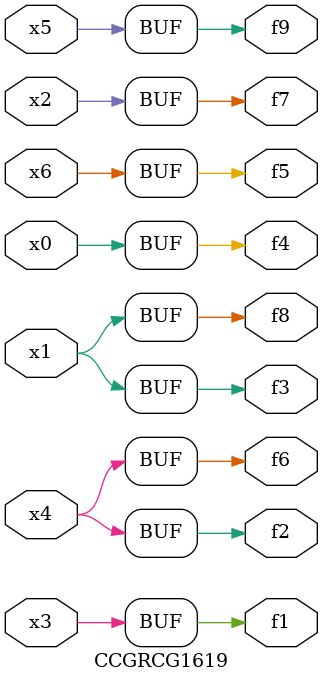
<source format=v>
module CCGRCG1619(
	input x0, x1, x2, x3, x4, x5, x6,
	output f1, f2, f3, f4, f5, f6, f7, f8, f9
);
	assign f1 = x3;
	assign f2 = x4;
	assign f3 = x1;
	assign f4 = x0;
	assign f5 = x6;
	assign f6 = x4;
	assign f7 = x2;
	assign f8 = x1;
	assign f9 = x5;
endmodule

</source>
